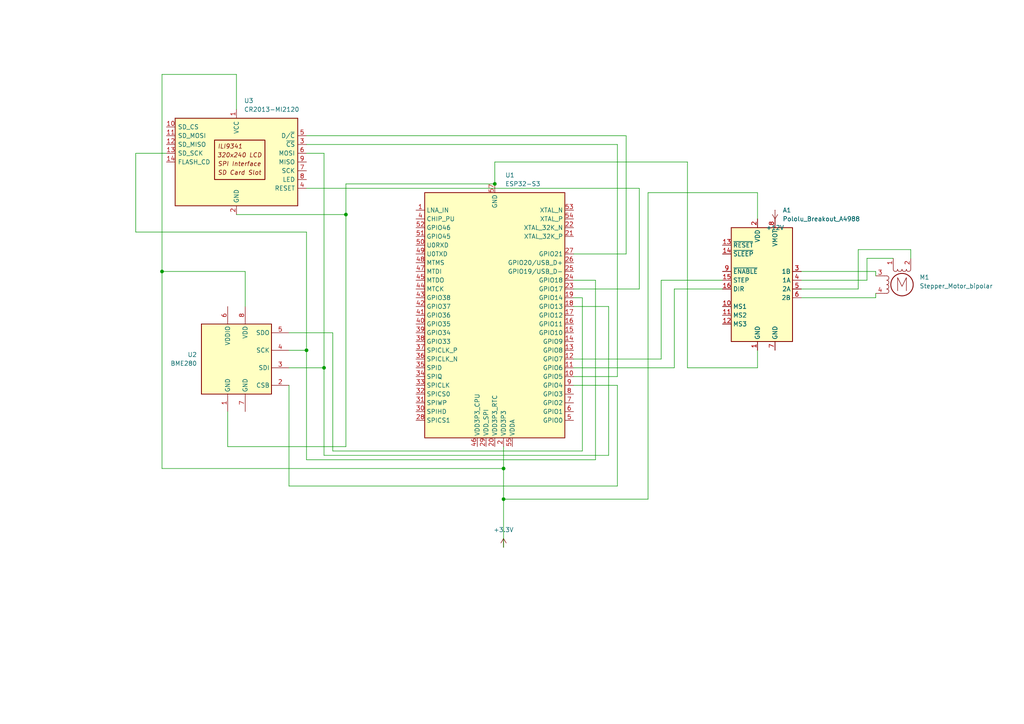
<source format=kicad_sch>
(kicad_sch (version 20231120) (generator "eeschema") (generator_version "8.0")
  (paper "A4")
  (lib_symbols
    (symbol "Driver_Display:CR2013-MI2120" (pin_names (offset 0.762))
      (property "Reference" "U" (at -17.526 13.97 0))
      (property "Value" "CR2013-MI2120" (at 1.905 13.97 0))
      (symbol "CR2013-MI2120_0_0"
        (text "320x240 LCD" (at 0.889 2.032 0) (effects (font (size 1.27 1.27) (italic yes))))
        (text "ILI9341" (at -5.461 4.572 0) (effects (font (size 1.27 1.27) (italic yes)) (justify left)))
        (text "SD Card Slot" (at -5.461 -3.048 0) (effects (font (size 1.27 1.27) (italic yes)) (justify left)))
        (text "SPI Interface" (at -5.461 -0.508 0) (effects (font (size 1.27 1.27) (italic yes)) (justify left)))
      )
      (symbol "CR2013-MI2120_0_1"
        (rectangle (start -17.78 12.7) (end 17.78 -12.7) (stroke (width 0.254)) (fill (type background)))
        (rectangle (start -6.35 6.35) (end 8.255 -5.08) (stroke (width 0.254)))
      )
      (symbol "CR2013-MI2120_1_1"
        (pin power_in line (at 0 15.24 270) (length 2.54) (name "VCC") (number "1"))
        (pin input line (at -20.32 10.16 0) (length 2.54) (name "SD_CS") (number "10"))
        (pin input line (at -20.32 7.62 0) (length 2.54) (name "SD_MOSI") (number "11"))
        (pin output line (at -20.32 5.08 0) (length 2.54) (name "SD_MISO") (number "12"))
        (pin input line (at -20.32 2.54 0) (length 2.54) (name "SD_SCK") (number "13"))
        (pin input line (at -20.32 0 0) (length 2.54) (name "FLASH_CD") (number "14"))
        (pin power_in line (at 0 -15.24 90) (length 2.54) (name "GND") (number "2"))
        (pin input line (at 20.32 5.08 180) (length 2.54) (name "~{CS}") (number "3"))
        (pin input line (at 20.32 -7.62 180) (length 2.54) (name "RESET") (number "4"))
        (pin input line (at 20.32 7.62 180) (length 2.54) (name "D/~{C}") (number "5"))
        (pin input line (at 20.32 2.54 180) (length 2.54) (name "MOSI") (number "6"))
        (pin input line (at 20.32 -2.54 180) (length 2.54) (name "SCK") (number "7"))
        (pin input line (at 20.32 -5.08 180) (length 2.54) (name "LED") (number "8"))
        (pin output line (at 20.32 0 180) (length 2.54) (name "MISO") (number "9"))
      )
    )
    (symbol "Driver_Motor:Pololu_Breakout_A4988"
      (property "Reference" "A" (at -2.54 19.05 0))
      (property "Value" "Pololu_Breakout_A4988" (at -2.54 16.51 0))
      (symbol "Pololu_Breakout_A4988_0_1"
        (rectangle (start 10.16 -17.78) (end -7.62 15.24) (stroke (width 0.254)) (fill (type background)))
      )
      (symbol "Pololu_Breakout_A4988_1_1"
        (pin power_in line (at 0 -20.32 90) (length 2.54) (name "GND") (number "1"))
        (pin input line (at -10.16 -7.62 0) (length 2.54) (name "MS1") (number "10"))
        (pin input line (at -10.16 -10.16 0) (length 2.54) (name "MS2") (number "11"))
        (pin input line (at -10.16 -12.7 0) (length 2.54) (name "MS3") (number "12"))
        (pin input line (at -10.16 10.16 0) (length 2.54) (name "~{RESET}") (number "13"))
        (pin input line (at -10.16 7.62 0) (length 2.54) (name "~{SLEEP}") (number "14"))
        (pin input line (at -10.16 0 0) (length 2.54) (name "STEP") (number "15"))
        (pin input line (at -10.16 -2.54 0) (length 2.54) (name "DIR") (number "16"))
        (pin power_in line (at 0 17.78 270) (length 2.54) (name "VDD") (number "2"))
        (pin output line (at 12.7 2.54 180) (length 2.54) (name "1B") (number "3"))
        (pin output line (at 12.7 0 180) (length 2.54) (name "1A") (number "4"))
        (pin output line (at 12.7 -2.54 180) (length 2.54) (name "2A") (number "5"))
        (pin output line (at 12.7 -5.08 180) (length 2.54) (name "2B") (number "6"))
        (pin power_in line (at 5.08 -20.32 90) (length 2.54) (name "GND") (number "7"))
        (pin power_in line (at 5.08 17.78 270) (length 2.54) (name "VMOT") (number "8"))
        (pin input line (at -10.16 2.54 0) (length 2.54) (name "~{ENABLE}") (number "9"))
      )
    )
    (symbol "MCU_Espressif:ESP32-S3"
      (property "Reference" "U" (at 10.16 -38.1 0))
      (property "Value" "ESP32-S3" (at 13.97 -40.64 0))
      (symbol "ESP32-S3_0_1"
        (rectangle (start -20.32 35.56) (end 20.32 -35.56) (stroke (width 0.254)) (fill (type background)))
      )
      (symbol "ESP32-S3_1_0"
        (pin bidirectional line (at 22.86 12.7 180) (length 2.54) (name "SPICLK_N") (number "36"))
        (pin bidirectional line (at 22.86 -10.16 180) (length 2.54) (name "MTDO") (number "45"))
        (pin bidirectional line (at 22.86 -22.86 180) (length 2.54) (name "GPIO45") (number "51"))
        (pin passive line (at -5.08 38.1 270) (length 2.54) hide (name "VDDA") (number "56"))
      )
      (symbol "ESP32-S3_1_1"
        (pin bidirectional line (at 22.86 -30.48 180) (length 2.54) (name "LNA_IN") (number "1"))
        (pin bidirectional line (at -22.86 17.78 0) (length 2.54) (name "GPIO5") (number "10"))
        (pin bidirectional line (at -22.86 15.24 0) (length 2.54) (name "GPIO6") (number "11"))
        (pin bidirectional line (at -22.86 12.7 0) (length 2.54) (name "GPIO7") (number "12"))
        (pin bidirectional line (at -22.86 10.16 0) (length 2.54) (name "GPIO8") (number "13"))
        (pin bidirectional line (at -22.86 7.62 0) (length 2.54) (name "GPIO9") (number "14"))
        (pin bidirectional line (at -22.86 5.08 0) (length 2.54) (name "GPIO10") (number "15"))
        (pin bidirectional line (at -22.86 2.54 0) (length 2.54) (name "GPIO11") (number "16"))
        (pin bidirectional line (at -22.86 0 0) (length 2.54) (name "GPIO12") (number "17"))
        (pin bidirectional line (at -22.86 -2.54 0) (length 2.54) (name "GPIO13") (number "18"))
        (pin bidirectional line (at -22.86 -5.08 0) (length 2.54) (name "GPIO14") (number "19"))
        (pin power_in line (at -2.54 38.1 270) (length 2.54) (name "VDD3P3") (number "2"))
        (pin power_in line (at 0 38.1 270) (length 2.54) (name "VDD3P3_RTC") (number "20"))
        (pin passive line (at -22.86 -22.86 0) (length 2.54) (name "XTAL_32K_P") (number "21"))
        (pin passive line (at -22.86 -25.4 0) (length 2.54) (name "XTAL_32K_N") (number "22"))
        (pin bidirectional line (at -22.86 -7.62 0) (length 2.54) (name "GPIO17") (number "23"))
        (pin bidirectional line (at -22.86 -10.16 0) (length 2.54) (name "GPIO18") (number "24"))
        (pin bidirectional line (at -22.86 -12.7 0) (length 2.54) (name "GPIO19/USB_D-") (number "25"))
        (pin bidirectional line (at -22.86 -15.24 0) (length 2.54) (name "GPIO20/USB_D+") (number "26"))
        (pin bidirectional line (at -22.86 -17.78 0) (length 2.54) (name "GPIO21") (number "27"))
        (pin bidirectional line (at 22.86 30.48 180) (length 2.54) (name "SPICS1") (number "28"))
        (pin power_in line (at 2.54 38.1 270) (length 2.54) (name "VDD_SPI") (number "29"))
        (pin passive line (at -2.54 38.1 270) (length 2.54) hide (name "VDD3P3") (number "3"))
        (pin bidirectional line (at 22.86 27.94 180) (length 2.54) (name "SPIHD") (number "30"))
        (pin bidirectional line (at 22.86 25.4 180) (length 2.54) (name "SPIWP") (number "31"))
        (pin bidirectional line (at 22.86 22.86 180) (length 2.54) (name "SPICS0") (number "32"))
        (pin bidirectional line (at 22.86 20.32 180) (length 2.54) (name "SPICLK") (number "33"))
        (pin bidirectional line (at 22.86 17.78 180) (length 2.54) (name "SPIQ") (number "34"))
        (pin bidirectional line (at 22.86 15.24 180) (length 2.54) (name "SPID") (number "35"))
        (pin bidirectional line (at 22.86 10.16 180) (length 2.54) (name "SPICLK_P") (number "37"))
        (pin bidirectional line (at 22.86 7.62 180) (length 2.54) (name "GPIO33") (number "38"))
        (pin bidirectional line (at 22.86 5.08 180) (length 2.54) (name "GPIO34") (number "39"))
        (pin input line (at 22.86 -27.94 180) (length 2.54) (name "CHIP_PU") (number "4"))
        (pin bidirectional line (at 22.86 2.54 180) (length 2.54) (name "GPIO35") (number "40"))
        (pin bidirectional line (at 22.86 0 180) (length 2.54) (name "GPIO36") (number "41"))
        (pin bidirectional line (at 22.86 -2.54 180) (length 2.54) (name "GPIO37") (number "42"))
        (pin bidirectional line (at 22.86 -5.08 180) (length 2.54) (name "GPIO38") (number "43"))
        (pin bidirectional line (at 22.86 -7.62 180) (length 2.54) (name "MTCK") (number "44"))
        (pin power_in line (at 5.08 38.1 270) (length 2.54) (name "VDD3P3_CPU") (number "46"))
        (pin bidirectional line (at 22.86 -12.7 180) (length 2.54) (name "MTDI") (number "47"))
        (pin bidirectional line (at 22.86 -15.24 180) (length 2.54) (name "MTMS") (number "48"))
        (pin bidirectional line (at 22.86 -17.78 180) (length 2.54) (name "U0TXD") (number "49"))
        (pin bidirectional line (at -22.86 30.48 0) (length 2.54) (name "GPIO0") (number "5"))
        (pin bidirectional line (at 22.86 -20.32 180) (length 2.54) (name "U0RXD") (number "50"))
        (pin bidirectional line (at 22.86 -25.4 180) (length 2.54) (name "GPIO46") (number "52"))
        (pin output line (at -22.86 -30.48 0) (length 2.54) (name "XTAL_N") (number "53"))
        (pin input line (at -22.86 -27.94 0) (length 2.54) (name "XTAL_P") (number "54"))
        (pin power_in line (at -5.08 38.1 270) (length 2.54) (name "VDDA") (number "55"))
        (pin power_in line (at 0 -38.1 90) (length 2.54) (name "GND") (number "57"))
        (pin bidirectional line (at -22.86 27.94 0) (length 2.54) (name "GPIO1") (number "6"))
        (pin bidirectional line (at -22.86 25.4 0) (length 2.54) (name "GPIO2") (number "7"))
        (pin bidirectional line (at -22.86 22.86 0) (length 2.54) (name "GPIO3") (number "8"))
        (pin bidirectional line (at -22.86 20.32 0) (length 2.54) (name "GPIO4") (number "9"))
      )
    )
    (symbol "Motor:Stepper_Motor_bipolar" (pin_names (offset 0) hide)
      (property "Reference" "M" (at 3.81 2.54 0))
      (property "Value" "Stepper_Motor_bipolar" (at 3.81 1.27 0))
      (symbol "Stepper_Motor_bipolar_0_0"
        (polyline (pts (xy -1.27 -1.778) (xy -1.27 2.032) (xy 0 -0.508) (xy 1.27 2.032) (xy 1.27 -1.778)))
      )
      (symbol "Stepper_Motor_bipolar_0_1"
        (arc (start -4.445 -2.54) (mid -3.8127 -1.905) (end -4.445 -1.27))
        (arc (start -4.445 -1.27) (mid -3.8127 -0.635) (end -4.445 0))
        (arc (start -4.445 0) (mid -3.8127 0.635) (end -4.445 1.27))
        (arc (start -4.445 1.27) (mid -3.8127 1.905) (end -4.445 2.54))
        (arc (start -2.54 4.445) (mid -1.905 3.8127) (end -1.27 4.445))
        (arc (start -1.27 4.445) (mid -0.635 3.8127) (end 0 4.445))
        (polyline (pts (xy -5.08 -2.54) (xy -4.445 -2.54)))
        (polyline (pts (xy -5.08 2.54) (xy -4.445 2.54)))
        (polyline (pts (xy -2.54 5.08) (xy -2.54 4.445)))
        (polyline (pts (xy 2.54 5.08) (xy 2.54 4.445)))
        (circle (center 0 0) (radius 3.2512) (stroke (width 0.254)))
        (arc (start 0 4.445) (mid 0.635 3.8127) (end 1.27 4.445))
        (arc (start 1.27 4.445) (mid 1.905 3.8127) (end 2.54 4.445))
      )
      (symbol "Stepper_Motor_bipolar_1_1"
        (pin passive line (at -2.54 7.62 270) (length 2.54) (name "~") (number "1"))
        (pin passive line (at 2.54 7.62 270) (length 2.54) (name "-") (number "2"))
        (pin passive line (at -7.62 2.54 0) (length 2.54) (name "~") (number "3"))
        (pin passive line (at -7.62 -2.54 0) (length 2.54) (name "~") (number "4"))
      )
    )
    (symbol "Sensor:BME280"
      (property "Reference" "U" (at -8.89 11.43 0))
      (property "Value" "BME280" (at 7.62 11.43 0))
      (symbol "BME280_0_1"
        (rectangle (start -10.16 10.16) (end 10.16 -10.16) (stroke (width 0.254)) (fill (type background)))
      )
      (symbol "BME280_1_1"
        (pin power_in line (at -2.54 -15.24 90) (length 5.08) (name "GND") (number "1"))
        (pin input line (at 15.24 -7.62 180) (length 5.08) (name "CSB") (number "2"))
        (pin bidirectional line (at 15.24 -2.54 180) (length 5.08) (name "SDI") (number "3"))
        (pin input line (at 15.24 2.54 180) (length 5.08) (name "SCK") (number "4"))
        (pin bidirectional line (at 15.24 7.62 180) (length 5.08) (name "SDO") (number "5"))
        (pin power_in line (at -2.54 15.24 270) (length 5.08) (name "VDDIO") (number "6"))
        (pin power_in line (at 2.54 -15.24 90) (length 5.08) (name "GND") (number "7"))
        (pin power_in line (at 2.54 15.24 270) (length 5.08) (name "VDD") (number "8"))
      )
    )
    (symbol "power:+12V" (power) (pin_numbers hide) (pin_names (offset 0) hide)
      (property "Value" "+12V" (at 0 3.556 0))
      (symbol "+12V_0_1"
        (polyline (pts (xy -0.762 1.27) (xy 0 2.54)))
        (polyline (pts (xy 0 0) (xy 0 2.54)))
        (polyline (pts (xy 0 2.54) (xy 0.762 1.27)))
      )
      (symbol "+12V_1_1"
        (pin power_in line (at 0 0 90) (length 0) (name "~") (number "1"))
      )
    )
    (symbol "power:+3.3V" (power) (pin_numbers hide) (pin_names (offset 0) hide)
      (property "Value" "+3.3V" (at 0 3.556 0))
      (symbol "+3.3V_0_1"
        (polyline (pts (xy -0.762 1.27) (xy 0 2.54)))
        (polyline (pts (xy 0 0) (xy 0 2.54)))
        (polyline (pts (xy 0 2.54) (xy 0.762 1.27)))
      )
      (symbol "+3.3V_1_1"
        (pin power_in line (at 0 0 90) (length 0) (name "~") (number "1"))
      )
    )
  )
  (junction (at 146.05 144.78))
  (junction (at 46.99 78.74))
  (junction (at 146.05 135.89))
  (junction (at 88.9 101.6))
  (junction (at 143.51 53.34))
  (junction (at 100.33 62.23))
  (junction (at 93.98 106.68))
  (wire (pts (xy 166.37 109.22) (xy 179.07 109.22)))
  (wire (pts (xy 166.37 83.82) (xy 185.42 83.82)))
  (wire (pts (xy 199.39 106.68) (xy 199.39 46.99)))
  (wire (pts (xy 100.33 62.23) (xy 100.33 129.54)))
  (wire (pts (xy 191.77 104.14) (xy 166.37 104.14)))
  (wire (pts (xy 83.82 140.97) (xy 83.82 111.76)))
  (wire (pts (xy 199.39 46.99) (xy 143.51 46.99)))
  (wire (pts (xy 39.37 67.31) (xy 39.37 44.45)))
  (wire (pts (xy 254 86.36) (xy 254 85.09)))
  (wire (pts (xy 209.55 83.82) (xy 195.58 83.82)))
  (wire (pts (xy 96.52 130.81) (xy 96.52 96.52)))
  (wire (pts (xy 232.41 78.74) (xy 254 78.74)))
  (wire (pts (xy 219.71 55.88) (xy 187.96 55.88)))
  (wire (pts (xy 176.53 132.08) (xy 93.98 132.08)))
  (wire (pts (xy 172.72 81.28) (xy 172.72 133.35)))
  (wire (pts (xy 88.9 101.6) (xy 83.82 101.6)))
  (wire (pts (xy 232.41 86.36) (xy 254 86.36)))
  (wire (pts (xy 191.77 81.28) (xy 191.77 104.14)))
  (wire (pts (xy 209.55 81.28) (xy 191.77 81.28)))
  (wire (pts (xy 93.98 106.68) (xy 83.82 106.68)))
  (wire (pts (xy 254 78.74) (xy 254 80.01)))
  (wire (pts (xy 187.96 144.78) (xy 146.05 144.78)))
  (wire (pts (xy 46.99 21.59) (xy 68.58 21.59)))
  (wire (pts (xy 195.58 106.68) (xy 166.37 106.68)))
  (wire (pts (xy 93.98 132.08) (xy 93.98 106.68)))
  (wire (pts (xy 179.07 140.97) (xy 83.82 140.97)))
  (wire (pts (xy 46.99 78.74) (xy 46.99 21.59)))
  (wire (pts (xy 96.52 96.52) (xy 83.82 96.52)))
  (wire (pts (xy 179.07 41.91) (xy 88.9 41.91)))
  (wire (pts (xy 168.91 86.36) (xy 168.91 130.81)))
  (wire (pts (xy 219.71 101.6) (xy 219.71 106.68)))
  (wire (pts (xy 251.46 81.28) (xy 251.46 74.93)))
  (wire (pts (xy 88.9 133.35) (xy 88.9 101.6)))
  (wire (pts (xy 166.37 86.36) (xy 168.91 86.36)))
  (wire (pts (xy 68.58 62.23) (xy 100.33 62.23)))
  (wire (pts (xy 166.37 111.76) (xy 179.07 111.76)))
  (wire (pts (xy 88.9 101.6) (xy 88.9 67.31)))
  (wire (pts (xy 66.04 129.54) (xy 66.04 119.38)))
  (wire (pts (xy 264.16 72.39) (xy 264.16 74.93)))
  (wire (pts (xy 143.51 53.34) (xy 100.33 53.34)))
  (wire (pts (xy 176.53 88.9) (xy 176.53 132.08)))
  (wire (pts (xy 46.99 78.74) (xy 71.12 78.74)))
  (wire (pts (xy 71.12 78.74) (xy 71.12 88.9)))
  (wire (pts (xy 100.33 129.54) (xy 66.04 129.54)))
  (wire (pts (xy 93.98 106.68) (xy 93.98 44.45)))
  (wire (pts (xy 88.9 67.31) (xy 39.37 67.31)))
  (wire (pts (xy 195.58 83.82) (xy 195.58 106.68)))
  (wire (pts (xy 168.91 130.81) (xy 96.52 130.81)))
  (wire (pts (xy 181.61 39.37) (xy 88.9 39.37)))
  (wire (pts (xy 251.46 74.93) (xy 259.08 74.93)))
  (wire (pts (xy 143.51 46.99) (xy 143.51 53.34)))
  (wire (pts (xy 146.05 135.89) (xy 146.05 144.78)))
  (wire (pts (xy 232.41 83.82) (xy 248.92 83.82)))
  (wire (pts (xy 172.72 133.35) (xy 88.9 133.35)))
  (wire (pts (xy 248.92 72.39) (xy 264.16 72.39)))
  (wire (pts (xy 100.33 53.34) (xy 100.33 62.23)))
  (wire (pts (xy 187.96 55.88) (xy 187.96 144.78)))
  (wire (pts (xy 185.42 83.82) (xy 185.42 54.61)))
  (wire (pts (xy 166.37 88.9) (xy 176.53 88.9)))
  (wire (pts (xy 219.71 63.5) (xy 219.71 55.88)))
  (wire (pts (xy 68.58 21.59) (xy 68.58 31.75)))
  (wire (pts (xy 181.61 73.66) (xy 181.61 39.37)))
  (wire (pts (xy 219.71 106.68) (xy 199.39 106.68)))
  (wire (pts (xy 185.42 54.61) (xy 88.9 54.61)))
  (wire (pts (xy 46.99 135.89) (xy 46.99 78.74)))
  (wire (pts (xy 39.37 44.45) (xy 48.26 44.45)))
  (wire (pts (xy 232.41 81.28) (xy 251.46 81.28)))
  (wire (pts (xy 88.9 44.45) (xy 93.98 44.45)))
  (wire (pts (xy 179.07 109.22) (xy 179.07 41.91)))
  (wire (pts (xy 146.05 144.78) (xy 146.05 158.75)))
  (wire (pts (xy 179.07 111.76) (xy 179.07 140.97)))
  (wire (pts (xy 166.37 73.66) (xy 181.61 73.66)))
  (wire (pts (xy 248.92 83.82) (xy 248.92 72.39)))
  (wire (pts (xy 146.05 135.89) (xy 46.99 135.89)))
  (wire (pts (xy 166.37 81.28) (xy 172.72 81.28)))
  (wire (pts (xy 146.05 129.54) (xy 146.05 135.89)))
  (symbol (lib_id "power:+12V") (at 224.79 60.96 180) (unit 1)
    (property "Reference" "#PWR02" (effects (hide yes)))
    (property "Value" "+12V" (at 224.79 66.04 0))
    (property "Description" "Power symbol creates a global label with name \"+12V\"" (effects (hide yes)))
  )
  (symbol (lib_id "Motor:Stepper_Motor_bipolar") (at 261.62 82.55 0) (unit 1)
    (property "Reference" "M1" (at 266.7 80.429 0) (effects (justify left)))
    (property "Value" "Stepper_Motor_bipolar" (at 266.7 82.969 0) (effects (justify left)))
    (property "Datasheet" "http://www.infineon.com/dgdl/Application-Note-TLE8110EE_driving_UniPolarStepperMotor_V1.1.pdf?fileId=db3a30431be39b97011be5d0aa0a00b0" (effects (hide yes)))
    (property "Description" "4-wire bipolar stepper motor" (effects (hide yes)))
  )
  (symbol (lib_id "MCU_Espressif:ESP32-S3") (at 143.51 91.44 180) (unit 1)
    (property "Reference" "U1" (at 146.5265 50.8 0) (effects (justify right)))
    (property "Value" "ESP32-S3" (at 146.5265 53.34 0) (effects (justify right)))
    (property "Footprint" "Package_DFN_QFN:QFN-56-1EP_7x7mm_P0.4mm_EP4x4mm" (effects (hide yes)))
    (property "Datasheet" "https://www.espressif.com/sites/default/files/documentation/esp32-s3_datasheet_en.pdf" (effects (hide yes)))
    (property "Description" "Microcontroller, Wi-Fi 802.11b/g/n, Bluetooth, 32bit" (effects (hide yes)))
  )
  (symbol (lib_id "Sensor:BME280") (at 68.58 104.14 0) (unit 1)
    (property "Reference" "U2" (at 57.15 102.8699 0) (effects (justify right)))
    (property "Value" "BME280" (at 57.15 105.4099 0) (effects (justify right)))
    (property "Footprint" "Package_LGA:Bosch_LGA-8_2.5x2.5mm_P0.65mm_ClockwisePinNumbering" (effects (hide yes)))
    (property "Datasheet" "https://www.bosch-sensortec.com/media/boschsensortec/downloads/datasheets/bst-bme280-ds002.pdf" (effects (hide yes)))
    (property "Description" "3-in-1 sensor, humidity, pressure, temperature, I2C and SPI interface, 1.71-3.6V, LGA-8" (effects (hide yes)))
  )
  (symbol (lib_id "power:+3.3V") (at 146.05 158.75 0) (unit 1)
    (property "Reference" "#PWR01" (effects (hide yes)))
    (property "Value" "+3.3V" (at 146.05 153.67 0))
    (property "Description" "Power symbol creates a global label with name \"+3.3V\"" (effects (hide yes)))
  )
  (symbol (lib_id "Driver_Motor:Pololu_Breakout_A4988") (at 219.71 81.28 0) (unit 1)
    (property "Reference" "A1" (at 226.9841 60.96 0) (effects (justify left)))
    (property "Value" "Pololu_Breakout_A4988" (at 226.9841 63.5 0) (effects (justify left)))
    (property "Footprint" "Module:Pololu_Breakout-16_15.2x20.3mm" (effects (hide yes)))
    (property "Datasheet" "https://www.pololu.com/product/2980/pictures" (effects (hide yes)))
    (property "Description" "Pololu Breakout Board, Stepper Driver A4988" (effects (hide yes)))
  )
  (symbol (lib_id "Driver_Display:CR2013-MI2120") (at 68.58 46.99 0) (unit 1)
    (property "Reference" "U3" (at 70.7741 29.21 0) (effects (justify left)))
    (property "Value" "CR2013-MI2120" (at 70.7741 31.75 0) (effects (justify left)))
    (property "Footprint" "Display:CR2013-MI2120" (effects (hide yes)))
    (property "Datasheet" "http://pan.baidu.com/s/11Y990" (effects (hide yes)))
    (property "Description" "ILI9341 controller, SPI TFT LCD Display, 9-pin breakout PCB, 4-pin SD card interface, 5V/3.3V" (effects (hide yes)))
  )
)
</source>
